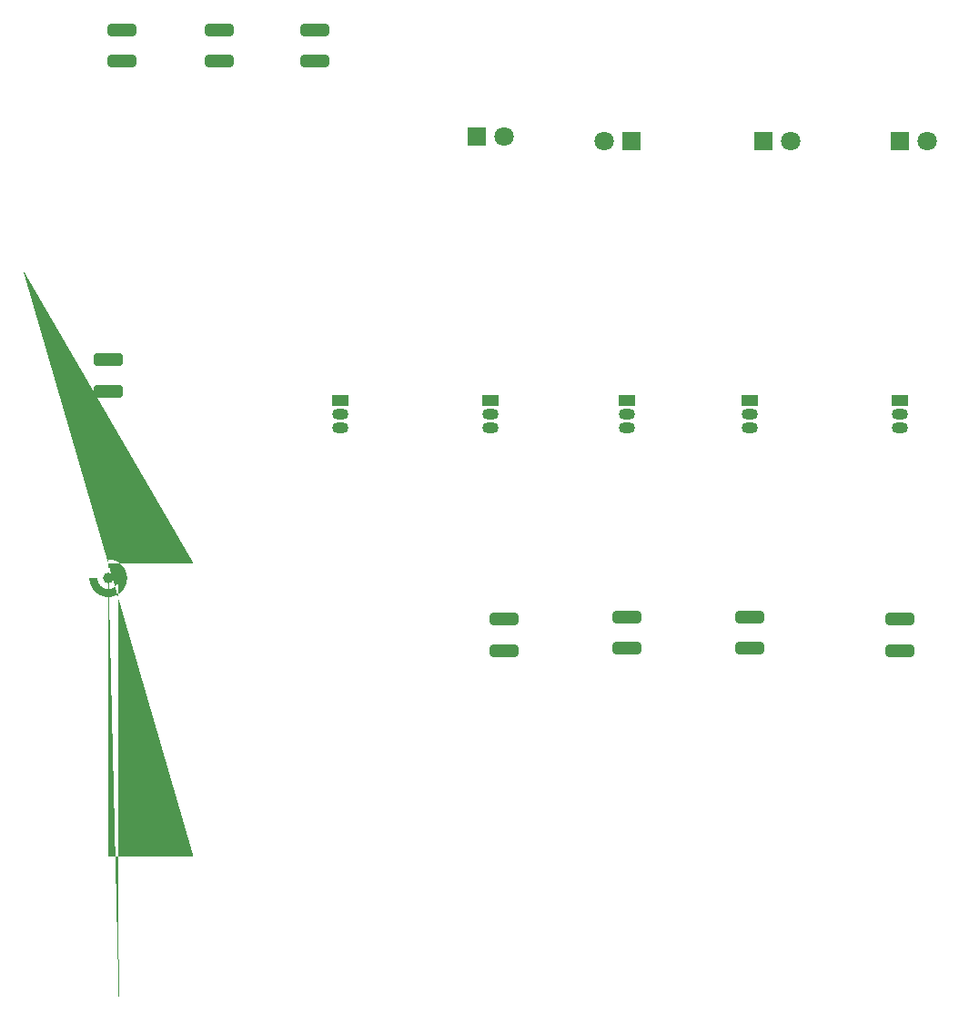
<source format=gbr>
%TF.GenerationSoftware,KiCad,Pcbnew,(6.0.0)*%
%TF.CreationDate,2024-11-06T11:00:44+02:00*%
%TF.ProjectId,second_pr.kicad_sch-1,7365636f-6e64-45f7-9072-2e6b69636164,0*%
%TF.SameCoordinates,Original*%
%TF.FileFunction,Soldermask,Top*%
%TF.FilePolarity,Negative*%
%FSLAX46Y46*%
G04 Gerber Fmt 4.6, Leading zero omitted, Abs format (unit mm)*
G04 Created by KiCad (PCBNEW (6.0.0)) date 2024-11-06 11:00:44*
%MOMM*%
%LPD*%
G01*
G04 APERTURE LIST*
G04 Aperture macros list*
%AMRoundRect*
0 Rectangle with rounded corners*
0 $1 Rounding radius*
0 $2 $3 $4 $5 $6 $7 $8 $9 X,Y pos of 4 corners*
0 Add a 4 corners polygon primitive as box body*
4,1,4,$2,$3,$4,$5,$6,$7,$8,$9,$2,$3,0*
0 Add four circle primitives for the rounded corners*
1,1,$1+$1,$2,$3*
1,1,$1+$1,$4,$5*
1,1,$1+$1,$6,$7*
1,1,$1+$1,$8,$9*
0 Add four rect primitives between the rounded corners*
20,1,$1+$1,$2,$3,$4,$5,0*
20,1,$1+$1,$4,$5,$6,$7,0*
20,1,$1+$1,$6,$7,$8,$9,0*
20,1,$1+$1,$8,$9,$2,$3,0*%
%AMFreePoly0*
4,1,85,0.032093,0.369917,0.152523,0.368341,0.408529,0.326647,0.655562,0.247572,0.888192,0.132851,1.101311,-0.014995,1.290235,-0.192717,1.450816,-0.396412,1.579524,-0.621606,1.673533,-0.863350,1.730778,-1.116334,1.750000,-1.375000,1.747602,-1.466588,1.714868,-1.723894,1.644462,-1.973535,1.537930,-2.210028,1.397612,-2.428176,1.226591,-2.623188,1.028624,-2.790780,0.808060,-2.927269,
0.569744,-3.029658,0.318912,-3.095696,0.061074,-3.123934,-0.198106,-3.113751,-0.452933,-3.065370,-0.697811,-2.979855,-0.927359,-2.859084,-1.136534,-2.705710,-1.320742,-2.523103,-1.475935,-2.315274,-1.598705,-2.086789,-1.686353,-1.842667,-1.736956,-1.588271,-1.747874,-1.360970,-1.004741,-1.360970,-0.988331,-1.556393,-0.934276,-1.744906,-0.844634,-1.919330,-0.722821,-2.073020,-0.573475,-2.200123,
-0.402286,-2.295797,-0.215774,-2.356398,-0.021044,-2.379619,0.174488,-2.364573,0.363374,-2.311835,0.538420,-2.223414,0.692957,-2.102676,0.821099,-1.954222,0.917966,-1.783705,0.979868,-1.597621,1.004447,-1.403057,1.004839,-1.375000,0.985702,-1.179826,0.929020,-0.992086,0.836952,-0.818931,0.713004,-0.666956,0.561899,-0.541951,0.389391,-0.448676,0.202051,-0.390685,0.021074,-0.371662,
0.000000,-0.375000,-0.016747,-0.372348,-0.188288,-0.387959,-0.376419,-0.443330,-0.550213,-0.534187,-0.703049,-0.657070,-0.829106,-0.807299,-0.923583,-0.979152,-0.982881,-1.166082,-1.004741,-1.360970,-1.747874,-1.360970,-1.749400,-1.329190,-1.723414,-1.071116,-1.659566,-0.819717,-1.559261,-0.580517,-1.424702,-0.358770,-1.258845,-0.159348,-1.065333,0.013368,-0.848417,0.155584,-0.612863,0.264176,
-0.363845,0.336758,-0.106835,0.371736,-0.027193,0.370693,0.000000,0.375000,0.032093,0.369917,0.032093,0.369917,$1*%
G04 Aperture macros list end*
%ADD10FreePoly0,0.000000*%
%ADD11C,1.000000*%
%ADD12RoundRect,0.250000X-1.075000X0.312500X-1.075000X-0.312500X1.075000X-0.312500X1.075000X0.312500X0*%
%ADD13R,1.800000X1.800000*%
%ADD14C,1.800000*%
%ADD15R,1.500000X1.050000*%
%ADD16O,1.500000X1.050000*%
%ADD17RoundRect,0.250000X-1.100000X0.325000X-1.100000X-0.325000X1.100000X-0.325000X1.100000X0.325000X0*%
G04 APERTURE END LIST*
D10*
%TO.C,MK1*%
X191770000Y-145945000D03*
D11*
X191770000Y-147320000D03*
%TD*%
D12*
%TO.C,R7*%
X265430000Y-151130000D03*
X265430000Y-154055000D03*
%TD*%
D13*
%TO.C,D1*%
X226060000Y-106281145D03*
D14*
X228600000Y-106281145D03*
%TD*%
D12*
%TO.C,R4*%
X228600000Y-151130000D03*
X228600000Y-154055000D03*
%TD*%
D15*
%TO.C,Q1*%
X213360000Y-130810000D03*
D16*
X213360000Y-132080000D03*
X213360000Y-133350000D03*
%TD*%
D12*
%TO.C,R5*%
X240030000Y-150937500D03*
X240030000Y-153862500D03*
%TD*%
%TO.C,R1*%
X193040000Y-96327500D03*
X193040000Y-99252500D03*
%TD*%
D13*
%TO.C,D4*%
X265430000Y-106680000D03*
D14*
X267970000Y-106680000D03*
%TD*%
D12*
%TO.C,R3*%
X211012500Y-96327500D03*
X211012500Y-99252500D03*
%TD*%
D15*
%TO.C,Q4*%
X251460000Y-130810000D03*
D16*
X251460000Y-132080000D03*
X251460000Y-133350000D03*
%TD*%
D15*
%TO.C,Q5*%
X265430000Y-130810000D03*
D16*
X265430000Y-132080000D03*
X265430000Y-133350000D03*
%TD*%
D12*
%TO.C,R6*%
X251460000Y-150937500D03*
X251460000Y-153862500D03*
%TD*%
D15*
%TO.C,Q3*%
X240030000Y-130810000D03*
D16*
X240030000Y-132080000D03*
X240030000Y-133350000D03*
%TD*%
D15*
%TO.C,Q2*%
X227330000Y-130810000D03*
D16*
X227330000Y-132080000D03*
X227330000Y-133350000D03*
%TD*%
D12*
%TO.C,R2*%
X202122500Y-96327500D03*
X202122500Y-99252500D03*
%TD*%
D13*
%TO.C,D3*%
X252730000Y-106680000D03*
D14*
X255270000Y-106680000D03*
%TD*%
D13*
%TO.C,D2*%
X240465572Y-106680000D03*
D14*
X237925572Y-106680000D03*
%TD*%
D17*
%TO.C,C1*%
X191770000Y-127000000D03*
X191770000Y-129950000D03*
%TD*%
M02*

</source>
